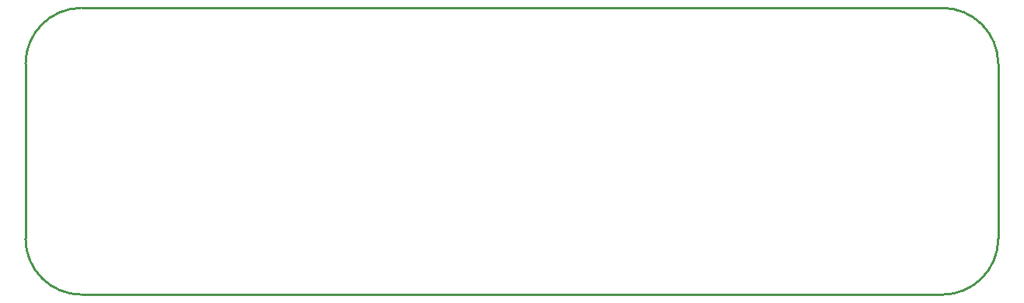
<source format=gko>
G04 Layer_Color=16711935*
%FSLAX23Y23*%
%MOIN*%
G70*
G01*
G75*
%ADD36C,0.010*%
D36*
X10Y215D02*
G03*
X250Y-25I240J0D01*
G01*
Y1205D02*
G03*
X10Y965I0J-240D01*
G01*
X4180Y965D02*
G03*
X3940Y1205I-240J0D01*
G01*
X3940Y-25D02*
G03*
X4180Y215I0J240D01*
G01*
X250Y1205D02*
X3940D01*
X10Y215D02*
Y965D01*
X250Y-25D02*
X3940D01*
X4180Y215D02*
Y965D01*
M02*

</source>
